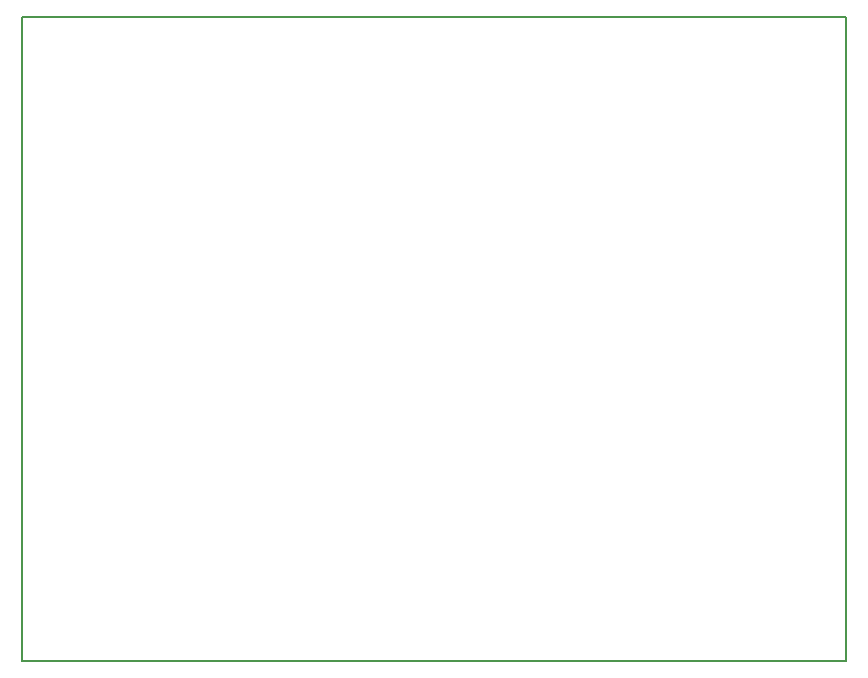
<source format=gm1>
G04 MADE WITH FRITZING*
G04 WWW.FRITZING.ORG*
G04 DOUBLE SIDED*
G04 HOLES PLATED*
G04 CONTOUR ON CENTER OF CONTOUR VECTOR*
%ASAXBY*%
%FSLAX23Y23*%
%MOIN*%
%OFA0B0*%
%SFA1.0B1.0*%
%ADD10R,2.754950X2.152620*%
%ADD11C,0.008000*%
%ADD10C,0.008*%
%LNCONTOUR*%
G90*
G70*
G54D10*
G54D11*
X4Y2149D02*
X2751Y2149D01*
X2751Y4D01*
X4Y4D01*
X4Y2149D01*
D02*
G04 End of contour*
M02*
</source>
